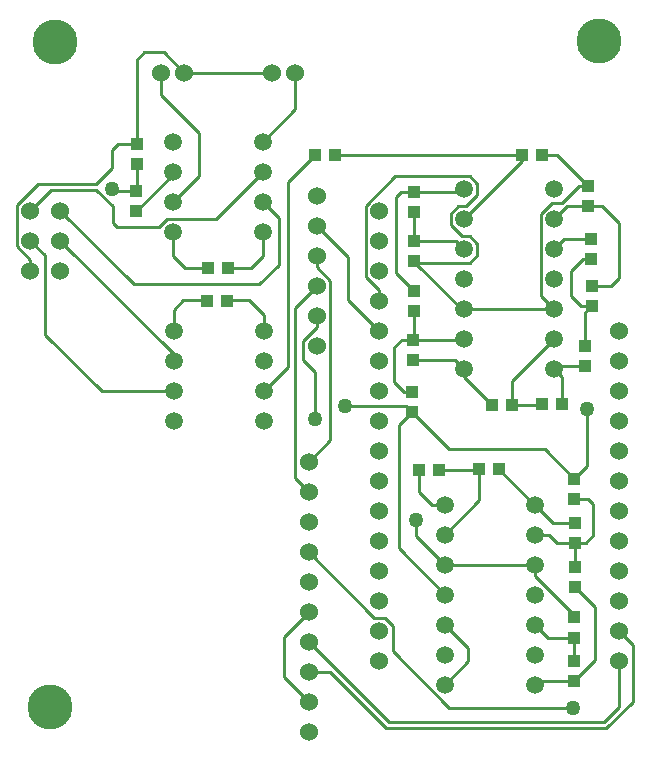
<source format=gtl>
G04 Layer_Physical_Order=1*
G04 Layer_Color=255*
%FSAX25Y25*%
%MOIN*%
G70*
G01*
G75*
%ADD10R,0.04331X0.03937*%
%ADD11R,0.03937X0.04331*%
%ADD12C,0.01000*%
%ADD13C,0.06000*%
%ADD14C,0.05906*%
%ADD15C,0.15000*%
%ADD16C,0.05000*%
D10*
X0259246Y0270500D02*
D03*
X0252554D02*
D03*
X0259447Y0281300D02*
D03*
X0252753D02*
D03*
X0295346Y0319100D02*
D03*
X0288653D02*
D03*
X0329946Y0214100D02*
D03*
X0323253D02*
D03*
X0349946Y0214200D02*
D03*
X0343253D02*
D03*
X0354246Y0235600D02*
D03*
X0347553D02*
D03*
X0364247Y0319100D02*
D03*
X0357554D02*
D03*
X0364054Y0235900D02*
D03*
X0370746D02*
D03*
D11*
X0229000Y0307047D02*
D03*
Y0300354D02*
D03*
X0374900Y0150247D02*
D03*
Y0143553D02*
D03*
X0375000Y0164847D02*
D03*
Y0158153D02*
D03*
X0375200Y0181746D02*
D03*
Y0175054D02*
D03*
X0375100Y0196447D02*
D03*
Y0189753D02*
D03*
X0375000Y0211146D02*
D03*
Y0204453D02*
D03*
X0321500Y0306747D02*
D03*
Y0300054D02*
D03*
X0321600Y0290247D02*
D03*
Y0283554D02*
D03*
X0321400Y0273746D02*
D03*
Y0267054D02*
D03*
X0321200Y0257347D02*
D03*
Y0250654D02*
D03*
X0320900Y0240047D02*
D03*
Y0233353D02*
D03*
X0379500Y0308646D02*
D03*
Y0301954D02*
D03*
X0378700Y0248654D02*
D03*
Y0255346D02*
D03*
X0380800Y0268653D02*
D03*
Y0275346D02*
D03*
X0380500Y0284254D02*
D03*
Y0290947D02*
D03*
X0229100Y0322646D02*
D03*
Y0315953D02*
D03*
D12*
X0222746Y0322646D02*
X0229100D01*
X0220800Y0320700D02*
X0222746Y0322646D01*
X0220800Y0314600D02*
Y0320700D01*
X0215600Y0309400D02*
X0220800Y0314600D01*
X0196236Y0309400D02*
X0215600D01*
X0189200Y0302364D02*
X0196236Y0309400D01*
X0189200Y0288636D02*
Y0302364D01*
Y0288636D02*
X0193700Y0284136D01*
Y0280500D02*
Y0284136D01*
X0288600Y0230900D02*
Y0246800D01*
X0284700Y0250700D02*
X0288600Y0246800D01*
X0284700Y0250700D02*
Y0257064D01*
X0289200Y0261564D01*
Y0265200D01*
X0286400Y0186700D02*
X0308300Y0164800D01*
X0311764D01*
X0314400Y0162164D01*
Y0153603D02*
Y0162164D01*
Y0153603D02*
X0333203Y0134800D01*
X0374400D01*
X0318754Y0235500D02*
X0320900Y0233353D01*
X0298700Y0235500D02*
X0318754D01*
X0286400Y0216700D02*
X0293700Y0224000D01*
Y0277064D01*
X0289200Y0281564D02*
X0293700Y0277064D01*
X0289200Y0281564D02*
Y0285200D01*
X0320900Y0233353D02*
X0333154Y0221100D01*
X0365047D01*
X0375000Y0211146D02*
X0379300Y0215446D01*
Y0234300D01*
X0365047Y0221100D02*
X0375000Y0211146D01*
X0322300Y0192000D02*
Y0197200D01*
Y0192000D02*
X0331800Y0182500D01*
X0220900Y0307800D02*
X0221654Y0307047D01*
X0229000D01*
X0245000Y0346500D02*
X0274100D01*
X0322006Y0283147D02*
X0337554Y0267600D01*
X0322006Y0283147D02*
X0340044D01*
X0342653Y0285756D01*
Y0289444D01*
X0340044Y0292053D02*
X0342653Y0289444D01*
X0337450Y0292053D02*
X0340044D01*
X0333747Y0295756D02*
X0337450Y0292053D01*
X0333747Y0295756D02*
Y0299444D01*
X0336356Y0302053D01*
X0338950D01*
X0342653Y0305755D01*
Y0309444D01*
X0340044Y0312053D02*
X0342653Y0309444D01*
X0315289Y0312053D02*
X0340044D01*
X0305400Y0302164D02*
X0315289Y0312053D01*
X0305400Y0278436D02*
Y0302164D01*
Y0278436D02*
X0309900Y0273936D01*
Y0270300D02*
Y0273936D01*
X0222600Y0294900D02*
X0236403D01*
X0221100Y0296400D02*
X0222600Y0294900D01*
X0221100Y0296400D02*
Y0301900D01*
X0255553Y0297753D02*
X0271100Y0313300D01*
X0239256Y0297753D02*
X0255553D01*
X0236403Y0294900D02*
X0239256Y0297753D01*
X0215600Y0307400D02*
X0221100Y0301900D01*
X0200600Y0307400D02*
X0215600D01*
X0193700Y0300500D02*
X0200600Y0307400D01*
X0271100Y0303300D02*
X0276500Y0297900D01*
Y0282500D02*
Y0297900D01*
X0269900Y0275900D02*
X0276500Y0282500D01*
X0228300Y0275900D02*
X0269900D01*
X0203700Y0300500D02*
X0228300Y0275900D01*
X0286400Y0146700D02*
X0293572D01*
X0312272Y0128000D01*
X0385628D01*
X0394400Y0136772D01*
Y0155800D01*
X0389900Y0160300D02*
X0394400Y0155800D01*
X0281900Y0211200D02*
X0286400Y0206700D01*
X0281900Y0211200D02*
Y0267900D01*
X0289200Y0275200D01*
X0363747Y0299444D02*
X0367450Y0303147D01*
X0370919D01*
X0363747Y0272053D02*
X0368200Y0267600D01*
X0363747Y0272053D02*
Y0299444D01*
X0370919Y0303147D02*
X0376418Y0308646D01*
X0379500D01*
X0338200Y0267600D02*
X0368200D01*
X0331800Y0182500D02*
X0361800D01*
X0331800Y0142500D02*
X0339700Y0150400D01*
Y0154600D01*
X0331800Y0162500D02*
X0339700Y0154600D01*
X0286400Y0156700D02*
X0313100Y0130000D01*
X0384800D01*
X0389900Y0135100D01*
Y0150300D01*
X0278100Y0145000D02*
X0286400Y0136700D01*
X0278100Y0145000D02*
Y0158400D01*
X0286400Y0166700D01*
X0338200Y0297600D02*
X0357554Y0316953D01*
Y0319100D01*
X0369046D02*
X0379500Y0308646D01*
X0364247Y0319100D02*
X0369046D01*
X0299400Y0270800D02*
X0309900Y0260300D01*
X0299400Y0270800D02*
Y0285000D01*
X0289200Y0295200D02*
X0299400Y0285000D01*
X0271100Y0323300D02*
X0282000Y0334200D01*
Y0346500D01*
X0231700Y0353300D02*
X0238200D01*
X0229100Y0350700D02*
X0231700Y0353300D01*
X0229100Y0322646D02*
Y0350700D01*
X0191500Y0280500D02*
X0193700D01*
X0217400Y0240200D02*
X0241400D01*
X0198600Y0259000D02*
X0217400Y0240200D01*
X0198600Y0259000D02*
Y0285600D01*
X0193700Y0290500D02*
X0198600Y0285600D01*
X0203700Y0290500D02*
X0241400Y0252800D01*
X0241100Y0303300D02*
X0249800Y0312000D01*
Y0326300D01*
X0237100Y0339000D02*
X0249800Y0326300D01*
X0237100Y0339000D02*
Y0346500D01*
X0238200Y0353300D02*
X0245000Y0346500D01*
X0229000Y0300354D02*
X0241100Y0312454D01*
X0271400Y0240200D02*
X0279700Y0248500D01*
Y0310146D01*
X0288653Y0319100D01*
X0295346D02*
X0357554D01*
X0368200Y0297600D02*
X0372553Y0301954D01*
X0379500D01*
X0368200Y0287600D02*
X0371547Y0290947D01*
X0380500D01*
X0384246Y0301954D02*
X0389800Y0296400D01*
Y0277900D02*
Y0296400D01*
X0387246Y0275346D02*
X0389800Y0277900D01*
X0380800Y0275346D02*
X0387246D01*
X0377853Y0284254D02*
X0380500D01*
X0373900Y0280300D02*
X0377853Y0284254D01*
X0373900Y0272000D02*
Y0280300D01*
Y0272000D02*
X0377246Y0268653D01*
X0380800D01*
X0378700Y0266553D02*
X0380800Y0268653D01*
X0378700Y0255346D02*
Y0266553D01*
X0379500Y0301954D02*
X0384246D01*
X0369253Y0248654D02*
X0378700D01*
X0354246Y0243647D02*
X0368200Y0257600D01*
X0354246Y0235600D02*
Y0243647D01*
X0368200Y0247600D02*
X0370746Y0245054D01*
Y0235900D02*
Y0245054D01*
X0354246Y0235600D02*
X0363754D01*
X0338200Y0244953D02*
X0347553Y0235600D01*
X0338200Y0244953D02*
Y0247600D01*
X0321500Y0306747D02*
X0337347D01*
X0335554Y0290247D02*
X0338200Y0287600D01*
X0321600Y0290247D02*
X0335554D01*
X0321500Y0290347D02*
Y0300054D01*
X0335146Y0250654D02*
X0338200Y0247600D01*
X0321200Y0250654D02*
X0335146D01*
X0321200Y0257347D02*
X0337947D01*
X0317146Y0306747D02*
X0321500D01*
X0315500Y0305100D02*
X0317146Y0306747D01*
X0315500Y0279646D02*
Y0305100D01*
X0321400Y0257546D02*
Y0267054D01*
X0315500Y0279646D02*
X0321400Y0273746D01*
X0321200Y0257347D02*
X0321400Y0257546D01*
X0318354Y0240047D02*
X0320900D01*
X0315000Y0243400D02*
X0318354Y0240047D01*
X0315000Y0243400D02*
Y0254900D01*
X0317446Y0257347D01*
X0321200D01*
X0366146Y0158153D02*
X0375000D01*
X0361800Y0162500D02*
X0366146Y0158153D01*
X0369247Y0189753D02*
X0375100D01*
X0366500Y0192500D02*
X0369247Y0189753D01*
X0361800Y0192500D02*
X0366500D01*
X0367853Y0196447D02*
X0375100D01*
X0361800Y0202500D02*
X0367853Y0196447D01*
X0316400Y0187900D02*
Y0228854D01*
Y0187900D02*
X0331800Y0172500D01*
X0316400Y0228854D02*
X0320900Y0233353D01*
X0327400Y0202500D02*
X0331800D01*
X0323253Y0206646D02*
X0327400Y0202500D01*
X0323253Y0206646D02*
Y0214100D01*
X0343253Y0203954D02*
Y0214200D01*
X0329946Y0214100D02*
X0343154D01*
X0229100Y0307147D02*
Y0315953D01*
X0375100Y0189753D02*
X0378854D01*
X0381300Y0192200D01*
Y0202700D01*
X0379546Y0204453D02*
X0381300Y0202700D01*
X0375000Y0204453D02*
X0379546D01*
X0375100Y0181846D02*
Y0189753D01*
X0374900Y0143553D02*
X0382000Y0150654D01*
Y0168254D01*
X0375200Y0175054D02*
X0382000Y0168254D01*
X0375000Y0150347D02*
Y0158153D01*
Y0164847D02*
Y0165597D01*
X0361800Y0178797D02*
X0375000Y0165597D01*
X0361800Y0178797D02*
Y0182500D01*
Y0142500D02*
X0362854Y0143553D01*
X0374900D01*
X0349946Y0214200D02*
X0361647Y0202500D01*
X0331800Y0192500D02*
X0343253Y0203954D01*
X0271400Y0260200D02*
Y0265700D01*
X0266400Y0270700D02*
X0271400Y0265700D01*
X0259647Y0270700D02*
X0266400D01*
X0241400Y0260200D02*
Y0267400D01*
X0244700Y0270700D01*
X0252954D01*
X0241100Y0285300D02*
Y0293300D01*
Y0285300D02*
X0245100Y0281300D01*
X0252753D01*
X0271100Y0285300D02*
Y0293300D01*
X0267100Y0281300D02*
X0271100Y0285300D01*
X0259447Y0281300D02*
X0267100D01*
D13*
X0286400Y0176700D02*
D03*
Y0186700D02*
D03*
Y0196700D02*
D03*
Y0206700D02*
D03*
Y0216700D02*
D03*
Y0166700D02*
D03*
Y0156700D02*
D03*
Y0146700D02*
D03*
Y0136700D02*
D03*
Y0126700D02*
D03*
X0389900Y0220300D02*
D03*
Y0210300D02*
D03*
Y0230300D02*
D03*
Y0190300D02*
D03*
Y0200300D02*
D03*
Y0260300D02*
D03*
Y0240300D02*
D03*
Y0250300D02*
D03*
Y0180300D02*
D03*
Y0150300D02*
D03*
Y0170300D02*
D03*
X0309900Y0180300D02*
D03*
Y0190300D02*
D03*
X0389900Y0160300D02*
D03*
X0309900Y0170300D02*
D03*
Y0300300D02*
D03*
Y0280300D02*
D03*
Y0290300D02*
D03*
Y0260300D02*
D03*
Y0270300D02*
D03*
Y0240300D02*
D03*
Y0250300D02*
D03*
Y0220300D02*
D03*
Y0230300D02*
D03*
Y0210300D02*
D03*
Y0200300D02*
D03*
Y0150300D02*
D03*
Y0160300D02*
D03*
X0203700Y0300500D02*
D03*
Y0290500D02*
D03*
Y0280500D02*
D03*
X0193700Y0300500D02*
D03*
Y0290500D02*
D03*
Y0280500D02*
D03*
X0289200Y0305200D02*
D03*
Y0295200D02*
D03*
Y0285200D02*
D03*
Y0275200D02*
D03*
Y0265200D02*
D03*
Y0255200D02*
D03*
X0282000Y0346500D02*
D03*
X0274100D02*
D03*
X0237100D02*
D03*
X0245000D02*
D03*
D14*
X0271400Y0260200D02*
D03*
Y0250200D02*
D03*
Y0240200D02*
D03*
Y0230200D02*
D03*
X0241400Y0260200D02*
D03*
Y0250200D02*
D03*
Y0240200D02*
D03*
Y0230200D02*
D03*
X0271100Y0303300D02*
D03*
Y0293300D02*
D03*
Y0323300D02*
D03*
Y0313300D02*
D03*
X0241100Y0323300D02*
D03*
Y0313300D02*
D03*
Y0303300D02*
D03*
Y0293300D02*
D03*
X0361800Y0162500D02*
D03*
Y0172500D02*
D03*
Y0152500D02*
D03*
Y0192500D02*
D03*
Y0202500D02*
D03*
Y0182500D02*
D03*
Y0142500D02*
D03*
X0331800Y0202500D02*
D03*
Y0192500D02*
D03*
Y0182500D02*
D03*
Y0172500D02*
D03*
Y0162500D02*
D03*
Y0152500D02*
D03*
Y0142500D02*
D03*
X0368200Y0307600D02*
D03*
Y0297600D02*
D03*
Y0287600D02*
D03*
Y0277600D02*
D03*
Y0267600D02*
D03*
Y0257600D02*
D03*
Y0247600D02*
D03*
X0338200D02*
D03*
Y0257600D02*
D03*
Y0267600D02*
D03*
Y0277600D02*
D03*
Y0287600D02*
D03*
Y0297600D02*
D03*
Y0307600D02*
D03*
D15*
X0200100Y0134900D02*
D03*
X0383200Y0357100D02*
D03*
X0201800Y0356800D02*
D03*
D16*
X0288600Y0230900D02*
D03*
X0374400Y0134800D02*
D03*
X0298700Y0235500D02*
D03*
X0379300Y0234300D02*
D03*
X0322300Y0197200D02*
D03*
X0220900Y0307800D02*
D03*
M02*

</source>
